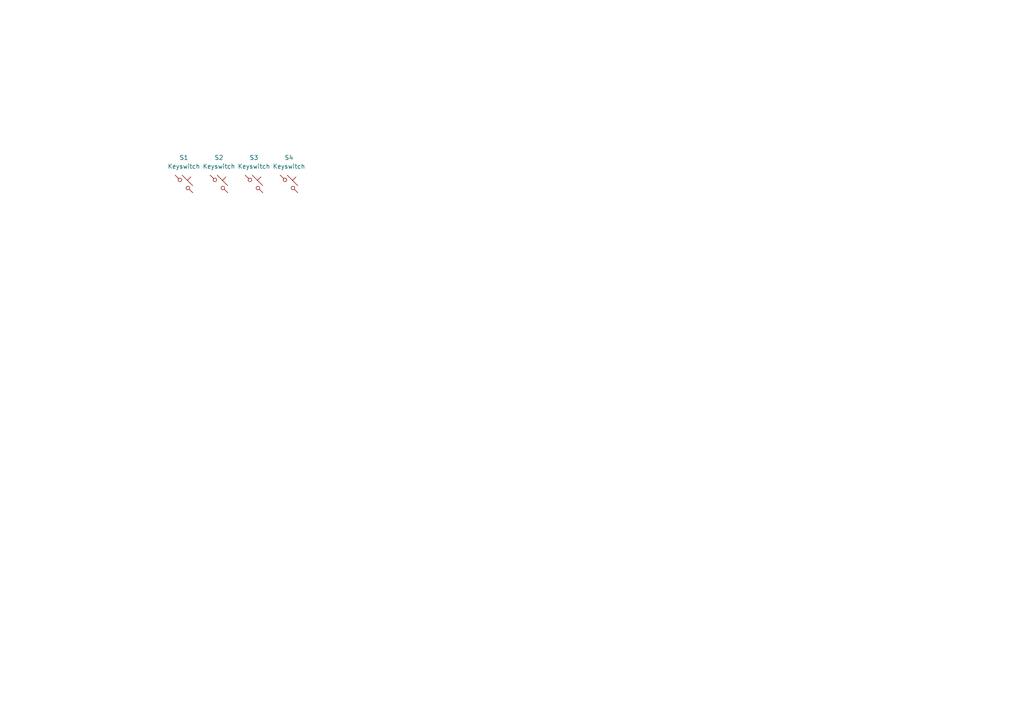
<source format=kicad_sch>
(kicad_sch (version 20250114) (generator "eeschema") (generator_version "9.0")
  (paper "A4")
  (lib_symbols
    (symbol "ScottoKeebs:Placeholder_Keyswitch" (pin_numbers (hide yes)) (pin_names (offset 1.016) (hide yes))
      (property "Reference" "S" (at 3.048 1.016 0))
      (property "Value" "Keyswitch" (at 0 -3.81 0))
      (symbol "Placeholder_Keyswitch_0_1"
        (polyline (pts (xy -2.54 2.54) (xy -1.524 1.524) (xy -1.524 1.524)))
        (circle (center -1.1684 1.1684) (radius 0.508))
        (polyline (pts (xy -0.508 2.54) (xy 2.54 -0.508)))
        (polyline (pts (xy 1.016 1.016) (xy 2.032 2.032)))
        (circle (center 1.143 -1.1938) (radius 0.508))
        (polyline (pts (xy 1.524 -1.524) (xy 2.54 -2.54) (xy 2.54 -2.54) (xy 2.54 -2.54)))
        (pin passive line (at -2.54 2.54 0) (length 0) (name "1") (number "1"))
        (pin passive line (at 2.54 -2.54 180) (length 0) (name "2") (number "2"))
      )
    )
  )
  (symbol (lib_id "ScottoKeebs:Placeholder_Keyswitch") (at 53.34 53.34 0) (unit 1)
    (property "Reference" "S1" (at 53.34 45.72 0))
    (property "Value" "Keyswitch" (at 53.34 48.26 0))
    (property "Description" "Push button switch, normally open, two pins, 45° tilted" (effects (hide yes)))
  )
  (symbol (lib_id "ScottoKeebs:Placeholder_Keyswitch") (at 83.82 53.34 0) (unit 1)
    (property "Reference" "S4" (at 83.82 45.72 0))
    (property "Value" "Keyswitch" (at 83.82 48.26 0))
    (property "Description" "Push button switch, normally open, two pins, 45° tilted" (effects (hide yes)))
  )
  (symbol (lib_id "ScottoKeebs:Placeholder_Keyswitch") (at 73.66 53.34 0) (unit 1)
    (property "Reference" "S3" (at 73.66 45.72 0))
    (property "Value" "Keyswitch" (at 73.66 48.26 0))
    (property "Description" "Push button switch, normally open, two pins, 45° tilted" (effects (hide yes)))
  )
  (symbol (lib_id "ScottoKeebs:Placeholder_Keyswitch") (at 63.5 53.34 0) (unit 1)
    (property "Reference" "S2" (at 63.5 45.72 0))
    (property "Value" "Keyswitch" (at 63.5 48.26 0))
    (property "Description" "Push button switch, normally open, two pins, 45° tilted" (effects (hide yes)))
  )
)
</source>
